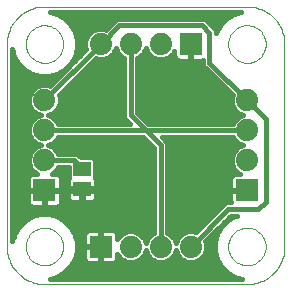
<source format=gtl>
G75*
G70*
%OFA0B0*%
%FSLAX24Y24*%
%IPPOS*%
%LPD*%
%AMOC8*
5,1,8,0,0,1.08239X$1,22.5*
%
%ADD10C,0.0000*%
%ADD11R,0.0740X0.0740*%
%ADD12C,0.0740*%
%ADD13R,0.0591X0.0512*%
%ADD14C,0.0160*%
%ADD15R,0.0356X0.0356*%
D10*
X000680Y001930D02*
X000680Y008680D01*
X000682Y008748D01*
X000687Y008815D01*
X000696Y008882D01*
X000709Y008949D01*
X000726Y009014D01*
X000745Y009079D01*
X000769Y009143D01*
X000796Y009205D01*
X000826Y009266D01*
X000859Y009324D01*
X000895Y009381D01*
X000935Y009436D01*
X000977Y009489D01*
X001023Y009540D01*
X001070Y009587D01*
X001121Y009633D01*
X001174Y009675D01*
X001229Y009715D01*
X001286Y009751D01*
X001344Y009784D01*
X001405Y009814D01*
X001467Y009841D01*
X001531Y009865D01*
X001596Y009884D01*
X001661Y009901D01*
X001728Y009914D01*
X001795Y009923D01*
X001862Y009928D01*
X001930Y009930D01*
X008680Y009930D01*
X008748Y009928D01*
X008815Y009923D01*
X008882Y009914D01*
X008949Y009901D01*
X009014Y009884D01*
X009079Y009865D01*
X009143Y009841D01*
X009205Y009814D01*
X009266Y009784D01*
X009324Y009751D01*
X009381Y009715D01*
X009436Y009675D01*
X009489Y009633D01*
X009540Y009587D01*
X009587Y009540D01*
X009633Y009489D01*
X009675Y009436D01*
X009715Y009381D01*
X009751Y009324D01*
X009784Y009266D01*
X009814Y009205D01*
X009841Y009143D01*
X009865Y009079D01*
X009884Y009014D01*
X009901Y008949D01*
X009914Y008882D01*
X009923Y008815D01*
X009928Y008748D01*
X009930Y008680D01*
X009930Y001930D01*
X009928Y001862D01*
X009923Y001795D01*
X009914Y001728D01*
X009901Y001661D01*
X009884Y001596D01*
X009865Y001531D01*
X009841Y001467D01*
X009814Y001405D01*
X009784Y001344D01*
X009751Y001286D01*
X009715Y001229D01*
X009675Y001174D01*
X009633Y001121D01*
X009587Y001070D01*
X009540Y001023D01*
X009489Y000977D01*
X009436Y000935D01*
X009381Y000895D01*
X009324Y000859D01*
X009266Y000826D01*
X009205Y000796D01*
X009143Y000769D01*
X009079Y000745D01*
X009014Y000726D01*
X008949Y000709D01*
X008882Y000696D01*
X008815Y000687D01*
X008748Y000682D01*
X008680Y000680D01*
X001930Y000680D01*
X001862Y000682D01*
X001795Y000687D01*
X001728Y000696D01*
X001661Y000709D01*
X001596Y000726D01*
X001531Y000745D01*
X001467Y000769D01*
X001405Y000796D01*
X001344Y000826D01*
X001286Y000859D01*
X001229Y000895D01*
X001174Y000935D01*
X001121Y000977D01*
X001070Y001023D01*
X001023Y001070D01*
X000977Y001121D01*
X000935Y001174D01*
X000895Y001229D01*
X000859Y001286D01*
X000826Y001344D01*
X000796Y001405D01*
X000769Y001467D01*
X000745Y001531D01*
X000726Y001596D01*
X000709Y001661D01*
X000696Y001728D01*
X000687Y001795D01*
X000682Y001862D01*
X000680Y001930D01*
X001305Y001930D02*
X001307Y001980D01*
X001313Y002029D01*
X001323Y002078D01*
X001336Y002125D01*
X001354Y002172D01*
X001375Y002217D01*
X001399Y002260D01*
X001427Y002301D01*
X001458Y002340D01*
X001492Y002376D01*
X001529Y002410D01*
X001569Y002440D01*
X001610Y002467D01*
X001654Y002491D01*
X001699Y002511D01*
X001746Y002527D01*
X001794Y002540D01*
X001843Y002549D01*
X001893Y002554D01*
X001942Y002555D01*
X001992Y002552D01*
X002041Y002545D01*
X002090Y002534D01*
X002137Y002520D01*
X002183Y002501D01*
X002228Y002479D01*
X002271Y002454D01*
X002311Y002425D01*
X002349Y002393D01*
X002385Y002359D01*
X002418Y002321D01*
X002447Y002281D01*
X002473Y002239D01*
X002496Y002195D01*
X002515Y002149D01*
X002531Y002102D01*
X002543Y002053D01*
X002551Y002004D01*
X002555Y001955D01*
X002555Y001905D01*
X002551Y001856D01*
X002543Y001807D01*
X002531Y001758D01*
X002515Y001711D01*
X002496Y001665D01*
X002473Y001621D01*
X002447Y001579D01*
X002418Y001539D01*
X002385Y001501D01*
X002349Y001467D01*
X002311Y001435D01*
X002271Y001406D01*
X002228Y001381D01*
X002183Y001359D01*
X002137Y001340D01*
X002090Y001326D01*
X002041Y001315D01*
X001992Y001308D01*
X001942Y001305D01*
X001893Y001306D01*
X001843Y001311D01*
X001794Y001320D01*
X001746Y001333D01*
X001699Y001349D01*
X001654Y001369D01*
X001610Y001393D01*
X001569Y001420D01*
X001529Y001450D01*
X001492Y001484D01*
X001458Y001520D01*
X001427Y001559D01*
X001399Y001600D01*
X001375Y001643D01*
X001354Y001688D01*
X001336Y001735D01*
X001323Y001782D01*
X001313Y001831D01*
X001307Y001880D01*
X001305Y001930D01*
X001305Y008680D02*
X001307Y008730D01*
X001313Y008779D01*
X001323Y008828D01*
X001336Y008875D01*
X001354Y008922D01*
X001375Y008967D01*
X001399Y009010D01*
X001427Y009051D01*
X001458Y009090D01*
X001492Y009126D01*
X001529Y009160D01*
X001569Y009190D01*
X001610Y009217D01*
X001654Y009241D01*
X001699Y009261D01*
X001746Y009277D01*
X001794Y009290D01*
X001843Y009299D01*
X001893Y009304D01*
X001942Y009305D01*
X001992Y009302D01*
X002041Y009295D01*
X002090Y009284D01*
X002137Y009270D01*
X002183Y009251D01*
X002228Y009229D01*
X002271Y009204D01*
X002311Y009175D01*
X002349Y009143D01*
X002385Y009109D01*
X002418Y009071D01*
X002447Y009031D01*
X002473Y008989D01*
X002496Y008945D01*
X002515Y008899D01*
X002531Y008852D01*
X002543Y008803D01*
X002551Y008754D01*
X002555Y008705D01*
X002555Y008655D01*
X002551Y008606D01*
X002543Y008557D01*
X002531Y008508D01*
X002515Y008461D01*
X002496Y008415D01*
X002473Y008371D01*
X002447Y008329D01*
X002418Y008289D01*
X002385Y008251D01*
X002349Y008217D01*
X002311Y008185D01*
X002271Y008156D01*
X002228Y008131D01*
X002183Y008109D01*
X002137Y008090D01*
X002090Y008076D01*
X002041Y008065D01*
X001992Y008058D01*
X001942Y008055D01*
X001893Y008056D01*
X001843Y008061D01*
X001794Y008070D01*
X001746Y008083D01*
X001699Y008099D01*
X001654Y008119D01*
X001610Y008143D01*
X001569Y008170D01*
X001529Y008200D01*
X001492Y008234D01*
X001458Y008270D01*
X001427Y008309D01*
X001399Y008350D01*
X001375Y008393D01*
X001354Y008438D01*
X001336Y008485D01*
X001323Y008532D01*
X001313Y008581D01*
X001307Y008630D01*
X001305Y008680D01*
X008055Y008680D02*
X008057Y008730D01*
X008063Y008779D01*
X008073Y008828D01*
X008086Y008875D01*
X008104Y008922D01*
X008125Y008967D01*
X008149Y009010D01*
X008177Y009051D01*
X008208Y009090D01*
X008242Y009126D01*
X008279Y009160D01*
X008319Y009190D01*
X008360Y009217D01*
X008404Y009241D01*
X008449Y009261D01*
X008496Y009277D01*
X008544Y009290D01*
X008593Y009299D01*
X008643Y009304D01*
X008692Y009305D01*
X008742Y009302D01*
X008791Y009295D01*
X008840Y009284D01*
X008887Y009270D01*
X008933Y009251D01*
X008978Y009229D01*
X009021Y009204D01*
X009061Y009175D01*
X009099Y009143D01*
X009135Y009109D01*
X009168Y009071D01*
X009197Y009031D01*
X009223Y008989D01*
X009246Y008945D01*
X009265Y008899D01*
X009281Y008852D01*
X009293Y008803D01*
X009301Y008754D01*
X009305Y008705D01*
X009305Y008655D01*
X009301Y008606D01*
X009293Y008557D01*
X009281Y008508D01*
X009265Y008461D01*
X009246Y008415D01*
X009223Y008371D01*
X009197Y008329D01*
X009168Y008289D01*
X009135Y008251D01*
X009099Y008217D01*
X009061Y008185D01*
X009021Y008156D01*
X008978Y008131D01*
X008933Y008109D01*
X008887Y008090D01*
X008840Y008076D01*
X008791Y008065D01*
X008742Y008058D01*
X008692Y008055D01*
X008643Y008056D01*
X008593Y008061D01*
X008544Y008070D01*
X008496Y008083D01*
X008449Y008099D01*
X008404Y008119D01*
X008360Y008143D01*
X008319Y008170D01*
X008279Y008200D01*
X008242Y008234D01*
X008208Y008270D01*
X008177Y008309D01*
X008149Y008350D01*
X008125Y008393D01*
X008104Y008438D01*
X008086Y008485D01*
X008073Y008532D01*
X008063Y008581D01*
X008057Y008630D01*
X008055Y008680D01*
X008055Y001930D02*
X008057Y001980D01*
X008063Y002029D01*
X008073Y002078D01*
X008086Y002125D01*
X008104Y002172D01*
X008125Y002217D01*
X008149Y002260D01*
X008177Y002301D01*
X008208Y002340D01*
X008242Y002376D01*
X008279Y002410D01*
X008319Y002440D01*
X008360Y002467D01*
X008404Y002491D01*
X008449Y002511D01*
X008496Y002527D01*
X008544Y002540D01*
X008593Y002549D01*
X008643Y002554D01*
X008692Y002555D01*
X008742Y002552D01*
X008791Y002545D01*
X008840Y002534D01*
X008887Y002520D01*
X008933Y002501D01*
X008978Y002479D01*
X009021Y002454D01*
X009061Y002425D01*
X009099Y002393D01*
X009135Y002359D01*
X009168Y002321D01*
X009197Y002281D01*
X009223Y002239D01*
X009246Y002195D01*
X009265Y002149D01*
X009281Y002102D01*
X009293Y002053D01*
X009301Y002004D01*
X009305Y001955D01*
X009305Y001905D01*
X009301Y001856D01*
X009293Y001807D01*
X009281Y001758D01*
X009265Y001711D01*
X009246Y001665D01*
X009223Y001621D01*
X009197Y001579D01*
X009168Y001539D01*
X009135Y001501D01*
X009099Y001467D01*
X009061Y001435D01*
X009021Y001406D01*
X008978Y001381D01*
X008933Y001359D01*
X008887Y001340D01*
X008840Y001326D01*
X008791Y001315D01*
X008742Y001308D01*
X008692Y001305D01*
X008643Y001306D01*
X008593Y001311D01*
X008544Y001320D01*
X008496Y001333D01*
X008449Y001349D01*
X008404Y001369D01*
X008360Y001393D01*
X008319Y001420D01*
X008279Y001450D01*
X008242Y001484D01*
X008208Y001520D01*
X008177Y001559D01*
X008149Y001600D01*
X008125Y001643D01*
X008104Y001688D01*
X008086Y001735D01*
X008073Y001782D01*
X008063Y001831D01*
X008057Y001880D01*
X008055Y001930D01*
D11*
X008680Y003805D03*
X006805Y008680D03*
X001930Y003805D03*
X003805Y001930D03*
D12*
X004805Y001930D03*
X005805Y001930D03*
X006805Y001930D03*
X008680Y004805D03*
X008680Y005805D03*
X008680Y006805D03*
X005805Y008680D03*
X004805Y008680D03*
X003805Y008680D03*
X001930Y006805D03*
X001930Y005805D03*
X001930Y004805D03*
D13*
X003180Y004515D03*
X003180Y003845D03*
D14*
X003228Y003850D02*
X005585Y003850D01*
X005585Y004009D02*
X003655Y004009D01*
X003655Y003893D02*
X003655Y004125D01*
X003643Y004171D01*
X003619Y004212D01*
X003615Y004216D01*
X003615Y004829D01*
X003533Y004911D01*
X003136Y004911D01*
X003021Y005025D01*
X002391Y005025D01*
X002362Y005094D01*
X002219Y005237D01*
X002056Y005305D01*
X002219Y005373D01*
X002362Y005516D01*
X002391Y005585D01*
X005214Y005585D01*
X005585Y005214D01*
X005585Y002391D01*
X005516Y002362D01*
X005373Y002219D01*
X005305Y002056D01*
X005237Y002219D01*
X005094Y002362D01*
X004906Y002440D01*
X004704Y002440D01*
X004516Y002362D01*
X004373Y002219D01*
X004355Y002176D01*
X004355Y002324D01*
X004343Y002369D01*
X004319Y002411D01*
X004286Y002444D01*
X004244Y002468D01*
X004199Y002480D01*
X003825Y002480D01*
X003825Y001950D01*
X003785Y001950D01*
X003785Y002480D01*
X003411Y002480D01*
X003366Y002468D01*
X003324Y002444D01*
X003291Y002411D01*
X003267Y002369D01*
X003255Y002324D01*
X003255Y001950D01*
X003785Y001950D01*
X003785Y001910D01*
X003825Y001910D01*
X003825Y001380D01*
X004199Y001380D01*
X004244Y001392D01*
X004286Y001416D01*
X004319Y001449D01*
X004343Y001491D01*
X004355Y001536D01*
X004355Y001684D01*
X004373Y001641D01*
X004516Y001498D01*
X004704Y001420D01*
X004906Y001420D01*
X005094Y001498D01*
X005237Y001641D01*
X005305Y001804D01*
X005373Y001641D01*
X005516Y001498D01*
X005704Y001420D01*
X005906Y001420D01*
X006094Y001498D01*
X006237Y001641D01*
X006305Y001804D01*
X006373Y001641D01*
X006516Y001498D01*
X006704Y001420D01*
X006906Y001420D01*
X007094Y001498D01*
X007237Y001641D01*
X007315Y001829D01*
X007315Y002031D01*
X007286Y002100D01*
X008146Y002960D01*
X008351Y002960D01*
X008263Y002936D01*
X008017Y002794D01*
X007816Y002593D01*
X007674Y002347D01*
X007600Y002072D01*
X007600Y001788D01*
X007674Y001513D01*
X007816Y001267D01*
X008017Y001066D01*
X008263Y000924D01*
X008501Y000860D01*
X002109Y000860D01*
X002347Y000924D01*
X002593Y001066D01*
X002794Y001267D01*
X002936Y001513D01*
X003010Y001788D01*
X003010Y002072D01*
X002936Y002347D01*
X002794Y002593D01*
X002593Y002794D01*
X002347Y002936D01*
X002072Y003010D01*
X001788Y003010D01*
X001513Y002936D01*
X001267Y002794D01*
X001066Y002593D01*
X000924Y002347D01*
X000860Y002109D01*
X000860Y008501D01*
X000924Y008263D01*
X001066Y008017D01*
X001267Y007816D01*
X001513Y007674D01*
X001788Y007600D01*
X002072Y007600D01*
X002347Y007674D01*
X002593Y007816D01*
X002794Y008017D01*
X002936Y008263D01*
X003010Y008538D01*
X003010Y008822D01*
X002936Y009097D01*
X002794Y009343D01*
X002593Y009544D01*
X002347Y009686D01*
X002109Y009750D01*
X008470Y009750D01*
X008260Y009694D01*
X008012Y009550D01*
X007810Y009348D01*
X007666Y009100D01*
X007650Y009039D01*
X007650Y009146D01*
X007400Y009396D01*
X007271Y009525D01*
X004339Y009525D01*
X003975Y009161D01*
X003906Y009190D01*
X003704Y009190D01*
X003516Y009112D01*
X003373Y008969D01*
X003295Y008781D01*
X003295Y008579D01*
X003324Y008510D01*
X002100Y007286D01*
X002031Y007315D01*
X001829Y007315D01*
X001641Y007237D01*
X001498Y007094D01*
X001420Y006906D01*
X001420Y006704D01*
X001498Y006516D01*
X001641Y006373D01*
X001804Y006305D01*
X001641Y006237D01*
X001498Y006094D01*
X001420Y005906D01*
X001420Y005704D01*
X001498Y005516D01*
X001641Y005373D01*
X001804Y005305D01*
X001641Y005237D01*
X001498Y005094D01*
X001420Y004906D01*
X001420Y004704D01*
X001498Y004516D01*
X001641Y004373D01*
X001684Y004355D01*
X001536Y004355D01*
X001491Y004343D01*
X001449Y004319D01*
X001416Y004286D01*
X001392Y004244D01*
X001380Y004199D01*
X001380Y003825D01*
X001910Y003825D01*
X001910Y003785D01*
X001950Y003785D01*
X001950Y003825D01*
X002480Y003825D01*
X002480Y004199D01*
X002468Y004244D01*
X002444Y004286D01*
X002411Y004319D01*
X002369Y004343D01*
X002324Y004355D01*
X002176Y004355D01*
X002219Y004373D01*
X002362Y004516D01*
X002391Y004585D01*
X002745Y004585D01*
X002745Y004216D01*
X002741Y004212D01*
X002717Y004171D01*
X002705Y004125D01*
X002705Y003893D01*
X003132Y003893D01*
X003132Y003797D01*
X003228Y003797D01*
X003228Y003409D01*
X003499Y003409D01*
X003545Y003422D01*
X003586Y003445D01*
X003619Y003479D01*
X003643Y003520D01*
X003655Y003566D01*
X003655Y003797D01*
X003228Y003797D01*
X003228Y003893D01*
X003655Y003893D01*
X003655Y003692D02*
X005585Y003692D01*
X005585Y003533D02*
X003646Y003533D01*
X003228Y003533D02*
X003132Y003533D01*
X003132Y003409D02*
X003132Y003797D01*
X002705Y003797D01*
X002705Y003566D01*
X002717Y003520D01*
X002741Y003479D01*
X002774Y003445D01*
X002815Y003422D01*
X002861Y003409D01*
X003132Y003409D01*
X003132Y003692D02*
X003228Y003692D01*
X003132Y003850D02*
X002480Y003850D01*
X002480Y003785D02*
X001950Y003785D01*
X001950Y003255D01*
X002324Y003255D01*
X002369Y003267D01*
X002411Y003291D01*
X002444Y003324D01*
X002468Y003366D01*
X002480Y003411D01*
X002480Y003785D01*
X002480Y003692D02*
X002705Y003692D01*
X002713Y003533D02*
X002480Y003533D01*
X002470Y003375D02*
X005585Y003375D01*
X005585Y003216D02*
X000860Y003216D01*
X000860Y003375D02*
X001390Y003375D01*
X001392Y003366D02*
X001416Y003324D01*
X001449Y003291D01*
X001491Y003267D01*
X001536Y003255D01*
X001910Y003255D01*
X001910Y003785D01*
X001380Y003785D01*
X001380Y003411D01*
X001392Y003366D01*
X001380Y003533D02*
X000860Y003533D01*
X000860Y003692D02*
X001380Y003692D01*
X001380Y003850D02*
X000860Y003850D01*
X000860Y004009D02*
X001380Y004009D01*
X001380Y004167D02*
X000860Y004167D01*
X000860Y004326D02*
X001461Y004326D01*
X001530Y004484D02*
X000860Y004484D01*
X000860Y004643D02*
X001445Y004643D01*
X001420Y004801D02*
X000860Y004801D01*
X000860Y004960D02*
X001442Y004960D01*
X001522Y005118D02*
X000860Y005118D01*
X000860Y005277D02*
X001736Y005277D01*
X001579Y005435D02*
X000860Y005435D01*
X000860Y005594D02*
X001466Y005594D01*
X001420Y005752D02*
X000860Y005752D01*
X000860Y005911D02*
X001422Y005911D01*
X001487Y006069D02*
X000860Y006069D01*
X000860Y006228D02*
X001631Y006228D01*
X001628Y006386D02*
X000860Y006386D01*
X000860Y006545D02*
X001486Y006545D01*
X001420Y006703D02*
X000860Y006703D01*
X000860Y006862D02*
X001420Y006862D01*
X001467Y007020D02*
X000860Y007020D01*
X000860Y007179D02*
X001582Y007179D01*
X001930Y006805D02*
X003805Y008680D01*
X004430Y009305D01*
X007180Y009305D01*
X007430Y009055D01*
X007430Y008055D01*
X008680Y006805D01*
X009305Y006180D01*
X009305Y003430D01*
X009055Y003180D01*
X008055Y003180D01*
X006805Y001930D01*
X007315Y001948D02*
X007600Y001948D01*
X007609Y002107D02*
X007293Y002107D01*
X007451Y002265D02*
X007652Y002265D01*
X007610Y002424D02*
X007718Y002424D01*
X007768Y002582D02*
X007809Y002582D01*
X007927Y002741D02*
X007963Y002741D01*
X008085Y002899D02*
X008198Y002899D01*
X007835Y003271D02*
X006975Y002411D01*
X006906Y002440D01*
X006704Y002440D01*
X006516Y002362D01*
X006373Y002219D01*
X006305Y002056D01*
X006237Y002219D01*
X006094Y002362D01*
X006025Y002391D01*
X006025Y005396D01*
X005836Y005585D01*
X008219Y005585D01*
X008248Y005516D01*
X008391Y005373D01*
X008554Y005305D01*
X008391Y005237D01*
X008248Y005094D01*
X008170Y004906D01*
X008170Y004704D01*
X008248Y004516D01*
X008391Y004373D01*
X008434Y004355D01*
X008286Y004355D01*
X008241Y004343D01*
X008199Y004319D01*
X008166Y004286D01*
X008142Y004244D01*
X008130Y004199D01*
X008130Y003825D01*
X008660Y003825D01*
X008660Y003785D01*
X008130Y003785D01*
X008130Y003411D01*
X008133Y003400D01*
X007964Y003400D01*
X007835Y003271D01*
X007780Y003216D02*
X006025Y003216D01*
X006025Y003375D02*
X007938Y003375D01*
X008130Y003533D02*
X006025Y003533D01*
X006025Y003692D02*
X008130Y003692D01*
X008130Y003850D02*
X006025Y003850D01*
X006025Y004009D02*
X008130Y004009D01*
X008130Y004167D02*
X006025Y004167D01*
X006025Y004326D02*
X008211Y004326D01*
X008280Y004484D02*
X006025Y004484D01*
X006025Y004643D02*
X008195Y004643D01*
X008170Y004801D02*
X006025Y004801D01*
X006025Y004960D02*
X008192Y004960D01*
X008272Y005118D02*
X006025Y005118D01*
X006025Y005277D02*
X008486Y005277D01*
X008329Y005435D02*
X005986Y005435D01*
X005805Y005305D02*
X005305Y005805D01*
X004805Y006305D01*
X004805Y008680D01*
X005134Y008288D02*
X005476Y008288D01*
X005516Y008248D02*
X005373Y008391D01*
X005305Y008554D01*
X005237Y008391D01*
X005094Y008248D01*
X005025Y008219D01*
X005025Y006396D01*
X005396Y006025D01*
X008219Y006025D01*
X008248Y006094D01*
X008391Y006237D01*
X008554Y006305D01*
X008391Y006373D01*
X008248Y006516D01*
X008170Y006704D01*
X008170Y006906D01*
X008199Y006975D01*
X007339Y007835D01*
X007210Y007964D01*
X007210Y008133D01*
X007199Y008130D01*
X006825Y008130D01*
X006825Y008660D01*
X006785Y008660D01*
X006785Y008130D01*
X006411Y008130D01*
X006366Y008142D01*
X006324Y008166D01*
X006291Y008199D01*
X006267Y008241D01*
X006255Y008286D01*
X006255Y008434D01*
X006237Y008391D01*
X006094Y008248D01*
X005906Y008170D01*
X005704Y008170D01*
X005516Y008248D01*
X005350Y008447D02*
X005260Y008447D01*
X005025Y008130D02*
X007210Y008130D01*
X007210Y007971D02*
X005025Y007971D01*
X005025Y007813D02*
X007361Y007813D01*
X007520Y007654D02*
X005025Y007654D01*
X005025Y007496D02*
X007678Y007496D01*
X007837Y007337D02*
X005025Y007337D01*
X005025Y007179D02*
X007995Y007179D01*
X008154Y007020D02*
X005025Y007020D01*
X005025Y006862D02*
X008170Y006862D01*
X008170Y006703D02*
X005025Y006703D01*
X005025Y006545D02*
X008236Y006545D01*
X008378Y006386D02*
X005035Y006386D01*
X005194Y006228D02*
X008381Y006228D01*
X008237Y006069D02*
X005352Y006069D01*
X005305Y005805D02*
X008680Y005805D01*
X006825Y008288D02*
X006785Y008288D01*
X006785Y008447D02*
X006825Y008447D01*
X006825Y008605D02*
X006785Y008605D01*
X006255Y008288D02*
X006134Y008288D01*
X007399Y009398D02*
X007859Y009398D01*
X007747Y009239D02*
X007557Y009239D01*
X007650Y009081D02*
X007661Y009081D01*
X008022Y009556D02*
X002573Y009556D01*
X002740Y009398D02*
X004211Y009398D01*
X004053Y009239D02*
X002854Y009239D01*
X002941Y009081D02*
X003484Y009081D01*
X003353Y008922D02*
X002983Y008922D01*
X003010Y008764D02*
X003295Y008764D01*
X003295Y008605D02*
X003010Y008605D01*
X002986Y008447D02*
X003260Y008447D01*
X003102Y008288D02*
X002943Y008288D01*
X002943Y008130D02*
X002859Y008130D01*
X002785Y007971D02*
X002748Y007971D01*
X002626Y007813D02*
X002587Y007813D01*
X002468Y007654D02*
X002274Y007654D01*
X002309Y007496D02*
X000860Y007496D01*
X000860Y007337D02*
X002151Y007337D01*
X002456Y007020D02*
X004585Y007020D01*
X004585Y007179D02*
X002615Y007179D01*
X002773Y007337D02*
X004585Y007337D01*
X004585Y007496D02*
X002932Y007496D01*
X003090Y007654D02*
X004585Y007654D01*
X004585Y007813D02*
X003249Y007813D01*
X003407Y007971D02*
X004585Y007971D01*
X004585Y008130D02*
X003566Y008130D01*
X003635Y008199D02*
X003704Y008170D01*
X003906Y008170D01*
X004094Y008248D01*
X004237Y008391D01*
X004305Y008554D01*
X004373Y008391D01*
X004516Y008248D01*
X004585Y008219D01*
X004585Y006214D01*
X004774Y006025D01*
X002391Y006025D01*
X002362Y006094D01*
X002219Y006237D01*
X002056Y006305D01*
X002219Y006373D01*
X002362Y006516D01*
X002440Y006704D01*
X002440Y006906D01*
X002411Y006975D01*
X003635Y008199D01*
X004134Y008288D02*
X004476Y008288D01*
X004350Y008447D02*
X004260Y008447D01*
X004585Y006862D02*
X002440Y006862D01*
X002440Y006703D02*
X004585Y006703D01*
X004585Y006545D02*
X002374Y006545D01*
X002232Y006386D02*
X004585Y006386D01*
X004585Y006228D02*
X002229Y006228D01*
X002373Y006069D02*
X004730Y006069D01*
X005305Y005805D02*
X001930Y005805D01*
X002281Y005435D02*
X005364Y005435D01*
X005522Y005277D02*
X002124Y005277D01*
X002338Y005118D02*
X005585Y005118D01*
X005585Y004960D02*
X003087Y004960D01*
X002930Y004805D02*
X001930Y004805D01*
X002330Y004484D02*
X002745Y004484D01*
X002745Y004326D02*
X002399Y004326D01*
X002480Y004167D02*
X002716Y004167D01*
X002705Y004009D02*
X002480Y004009D01*
X001950Y003692D02*
X001910Y003692D01*
X001910Y003533D02*
X001950Y003533D01*
X001950Y003375D02*
X001910Y003375D01*
X002412Y002899D02*
X005585Y002899D01*
X005585Y003058D02*
X000860Y003058D01*
X000860Y002899D02*
X001448Y002899D01*
X001213Y002741D02*
X000860Y002741D01*
X000860Y002582D02*
X001059Y002582D01*
X000968Y002424D02*
X000860Y002424D01*
X000860Y002265D02*
X000902Y002265D01*
X002474Y000997D02*
X008136Y000997D01*
X007927Y001156D02*
X002683Y001156D01*
X002821Y001314D02*
X007789Y001314D01*
X007697Y001473D02*
X007033Y001473D01*
X007227Y001631D02*
X007642Y001631D01*
X007600Y001790D02*
X007299Y001790D01*
X006987Y002424D02*
X006946Y002424D01*
X007146Y002582D02*
X006025Y002582D01*
X006025Y002741D02*
X007304Y002741D01*
X007463Y002899D02*
X006025Y002899D01*
X006025Y003058D02*
X007621Y003058D01*
X006664Y002424D02*
X006025Y002424D01*
X006191Y002265D02*
X006419Y002265D01*
X006326Y002107D02*
X006284Y002107D01*
X006299Y001790D02*
X006311Y001790D01*
X006383Y001631D02*
X006227Y001631D01*
X006033Y001473D02*
X006577Y001473D01*
X005805Y001930D02*
X005805Y005305D01*
X005585Y004801D02*
X003615Y004801D01*
X003615Y004643D02*
X005585Y004643D01*
X005585Y004484D02*
X003615Y004484D01*
X003615Y004326D02*
X005585Y004326D01*
X005585Y004167D02*
X003644Y004167D01*
X003220Y004515D02*
X002930Y004805D01*
X003180Y004515D02*
X003220Y004515D01*
X002647Y002741D02*
X005585Y002741D01*
X005585Y002582D02*
X002801Y002582D01*
X002892Y002424D02*
X003304Y002424D01*
X003255Y002265D02*
X002958Y002265D01*
X003001Y002107D02*
X003255Y002107D01*
X003255Y001910D02*
X003255Y001536D01*
X003267Y001491D01*
X003291Y001449D01*
X003324Y001416D01*
X003366Y001392D01*
X003411Y001380D01*
X003785Y001380D01*
X003785Y001910D01*
X003255Y001910D01*
X003255Y001790D02*
X003010Y001790D01*
X002968Y001631D02*
X003255Y001631D01*
X003278Y001473D02*
X002913Y001473D01*
X003010Y001948D02*
X003785Y001948D01*
X003785Y002107D02*
X003825Y002107D01*
X003825Y002265D02*
X003785Y002265D01*
X003785Y002424D02*
X003825Y002424D01*
X004306Y002424D02*
X004664Y002424D01*
X004419Y002265D02*
X004355Y002265D01*
X004946Y002424D02*
X005585Y002424D01*
X005419Y002265D02*
X005191Y002265D01*
X005284Y002107D02*
X005326Y002107D01*
X005311Y001790D02*
X005299Y001790D01*
X005227Y001631D02*
X005383Y001631D01*
X005577Y001473D02*
X005033Y001473D01*
X004577Y001473D02*
X004332Y001473D01*
X004355Y001631D02*
X004383Y001631D01*
X003825Y001631D02*
X003785Y001631D01*
X003785Y001790D02*
X003825Y001790D01*
X003825Y001473D02*
X003785Y001473D01*
X001586Y007654D02*
X000860Y007654D01*
X000860Y007813D02*
X001273Y007813D01*
X001112Y007971D02*
X000860Y007971D01*
X000860Y008130D02*
X001001Y008130D01*
X000917Y008288D02*
X000860Y008288D01*
X000860Y008447D02*
X000874Y008447D01*
X002242Y009715D02*
X008338Y009715D01*
D15*
X006680Y006680D03*
X006680Y004055D03*
X004055Y004055D03*
X003930Y006680D03*
M02*

</source>
